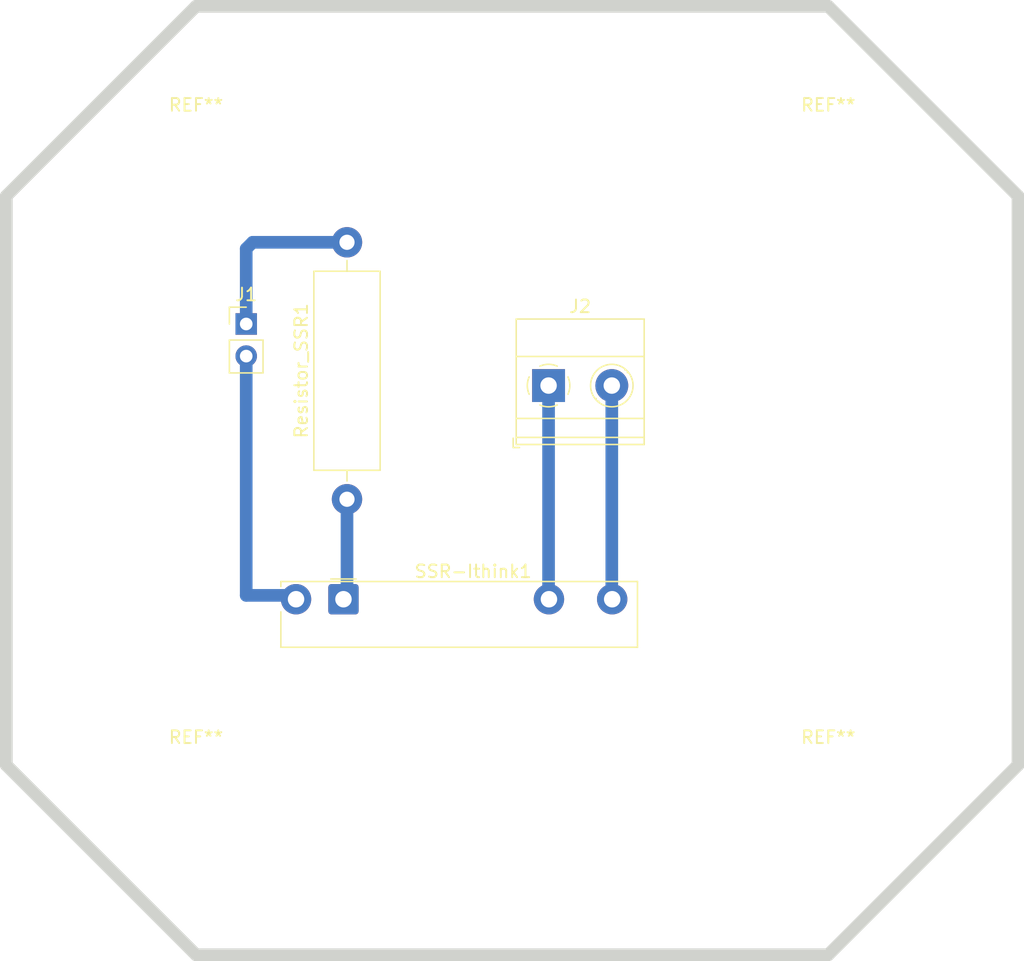
<source format=kicad_pcb>
(kicad_pcb (version 20171130) (host pcbnew "(5.1.9-0-10_14)")

  (general
    (thickness 1.6)
    (drawings 8)
    (tracks 15)
    (zones 0)
    (modules 8)
    (nets 6)
  )

  (page A4)
  (layers
    (0 F.Cu mixed)
    (1 In1.Cu signal hide)
    (2 In2.Cu signal hide)
    (31 B.Cu mixed)
    (32 B.Adhes user)
    (33 F.Adhes user)
    (34 B.Paste user)
    (35 F.Paste user)
    (36 B.SilkS user)
    (37 F.SilkS user)
    (38 B.Mask user)
    (39 F.Mask user)
    (40 Dwgs.User user)
    (41 Cmts.User user)
    (42 Eco1.User user)
    (43 Eco2.User user)
    (44 Edge.Cuts user)
    (45 Margin user)
    (46 B.CrtYd user)
    (47 F.CrtYd user)
    (48 B.Fab user)
    (49 F.Fab user)
  )

  (setup
    (last_trace_width 0.25)
    (user_trace_width 0.3)
    (user_trace_width 0.4)
    (user_trace_width 0.5)
    (user_trace_width 1)
    (user_trace_width 2)
    (trace_clearance 0.16)
    (zone_clearance 0.508)
    (zone_45_only no)
    (trace_min 0.16)
    (via_size 0.6)
    (via_drill 0.4)
    (via_min_size 0.4)
    (via_min_drill 0.3)
    (uvia_size 0.3)
    (uvia_drill 0.1)
    (uvias_allowed no)
    (uvia_min_size 0.2)
    (uvia_min_drill 0.1)
    (edge_width 0.15)
    (segment_width 0.15)
    (pcb_text_width 0.3)
    (pcb_text_size 1.5 1.5)
    (mod_edge_width 0.15)
    (mod_text_size 1 1)
    (mod_text_width 0.15)
    (pad_size 1.524 1.524)
    (pad_drill 0.762)
    (pad_to_mask_clearance 0.2)
    (aux_axis_origin 0 0)
    (visible_elements FFFFFF7F)
    (pcbplotparams
      (layerselection 0x010fc_fffffff9)
      (usegerberextensions false)
      (usegerberattributes true)
      (usegerberadvancedattributes true)
      (creategerberjobfile true)
      (excludeedgelayer true)
      (linewidth 0.100000)
      (plotframeref false)
      (viasonmask false)
      (mode 1)
      (useauxorigin false)
      (hpglpennumber 1)
      (hpglpenspeed 20)
      (hpglpendiameter 15.000000)
      (psnegative false)
      (psa4output false)
      (plotreference true)
      (plotvalue true)
      (plotinvisibletext false)
      (padsonsilk false)
      (subtractmaskfromsilk false)
      (outputformat 1)
      (mirror false)
      (drillshape 0)
      (scaleselection 1)
      (outputdirectory "Filesto Export Base/"))
  )

  (net 0 "")
  (net 1 GND)
  (net 2 GPIO6)
  (net 3 "Net-(Resistor_SSR1-Pad1)")
  (net 4 "Net-(J2-Pad2)")
  (net 5 "Net-(J2-Pad1)")

  (net_class Default "This is the default net class."
    (clearance 0.16)
    (trace_width 0.25)
    (via_dia 0.6)
    (via_drill 0.4)
    (uvia_dia 0.3)
    (uvia_drill 0.1)
    (add_net GND)
    (add_net GPIO6)
    (add_net "Net-(J2-Pad1)")
    (add_net "Net-(J2-Pad2)")
    (add_net "Net-(Resistor_SSR1-Pad1)")
  )

  (module MountingHole:MountingHole_3.2mm_M3 (layer F.Cu) (tedit 56D1B4CB) (tstamp 60316982)
    (at -165 62)
    (descr "Mounting Hole 3.2mm, no annular, M3")
    (tags "mounting hole 3.2mm no annular m3")
    (attr virtual)
    (fp_text reference REF** (at 0 -4.2) (layer F.SilkS)
      (effects (font (size 1 1) (thickness 0.15)))
    )
    (fp_text value MountingHole_3.2mm_M3 (at 0 4.2) (layer F.Fab)
      (effects (font (size 1 1) (thickness 0.15)))
    )
    (fp_circle (center 0 0) (end 3.2 0) (layer Cmts.User) (width 0.15))
    (fp_circle (center 0 0) (end 3.45 0) (layer F.CrtYd) (width 0.05))
    (fp_text user %R (at 0.3 0) (layer F.Fab)
      (effects (font (size 1 1) (thickness 0.15)))
    )
    (pad 1 np_thru_hole circle (at 0 0) (size 3.2 3.2) (drill 3.2) (layers *.Cu *.Mask))
  )

  (module MountingHole:MountingHole_3.2mm_M3 (layer F.Cu) (tedit 56D1B4CB) (tstamp 6031695B)
    (at -115 62)
    (descr "Mounting Hole 3.2mm, no annular, M3")
    (tags "mounting hole 3.2mm no annular m3")
    (attr virtual)
    (fp_text reference REF** (at 0 -4.2) (layer F.SilkS)
      (effects (font (size 1 1) (thickness 0.15)))
    )
    (fp_text value MountingHole_3.2mm_M3 (at 0 4.2) (layer F.Fab)
      (effects (font (size 1 1) (thickness 0.15)))
    )
    (fp_circle (center 0 0) (end 3.45 0) (layer F.CrtYd) (width 0.05))
    (fp_circle (center 0 0) (end 3.2 0) (layer Cmts.User) (width 0.15))
    (fp_text user %R (at 0.3 0) (layer F.Fab)
      (effects (font (size 1 1) (thickness 0.15)))
    )
    (pad 1 np_thru_hole circle (at 0 0) (size 3.2 3.2) (drill 3.2) (layers *.Cu *.Mask))
  )

  (module MountingHole:MountingHole_3.2mm_M3 (layer F.Cu) (tedit 56D1B4CB) (tstamp 60316936)
    (at -115 12)
    (descr "Mounting Hole 3.2mm, no annular, M3")
    (tags "mounting hole 3.2mm no annular m3")
    (attr virtual)
    (fp_text reference REF** (at 0 -4.2) (layer F.SilkS)
      (effects (font (size 1 1) (thickness 0.15)))
    )
    (fp_text value MountingHole_3.2mm_M3 (at 0 4.2) (layer F.Fab)
      (effects (font (size 1 1) (thickness 0.15)))
    )
    (fp_circle (center 0 0) (end 3.2 0) (layer Cmts.User) (width 0.15))
    (fp_circle (center 0 0) (end 3.45 0) (layer F.CrtYd) (width 0.05))
    (fp_text user %R (at 0.3 0) (layer F.Fab)
      (effects (font (size 1 1) (thickness 0.15)))
    )
    (pad 1 np_thru_hole circle (at 0 0) (size 3.2 3.2) (drill 3.2) (layers *.Cu *.Mask))
  )

  (module MountingHole:MountingHole_3.2mm_M3 (layer F.Cu) (tedit 56D1B4CB) (tstamp 6031691D)
    (at -165 12)
    (descr "Mounting Hole 3.2mm, no annular, M3")
    (tags "mounting hole 3.2mm no annular m3")
    (attr virtual)
    (fp_text reference REF** (at 0 -4.2) (layer F.SilkS)
      (effects (font (size 1 1) (thickness 0.15)))
    )
    (fp_text value MountingHole_3.2mm_M3 (at 0 4.2) (layer F.Fab)
      (effects (font (size 1 1) (thickness 0.15)))
    )
    (fp_circle (center 0 0) (end 3.45 0) (layer F.CrtYd) (width 0.05))
    (fp_circle (center 0 0) (end 3.2 0) (layer Cmts.User) (width 0.15))
    (fp_text user %R (at 0.3 0) (layer F.Fab)
      (effects (font (size 1 1) (thickness 0.15)))
    )
    (pad 1 np_thru_hole circle (at 0 0) (size 3.2 3.2) (drill 3.2) (layers *.Cu *.Mask))
  )

  (module OptoDevice:Finder_34.81 (layer F.Cu) (tedit 5B887491) (tstamp 603164FF)
    (at -153.34 46.885)
    (descr "Relay SPST, Finder Type 34.81 (opto relays/coupler), vertical/standing form, see https://gfinder.findernet.com/public/attachments/34/EN/S34USAEN.pdf")
    (tags "Relay SPST Finder")
    (path /6011EB5B)
    (fp_text reference SSR-Ithink1 (at 10.25 -2.2) (layer F.SilkS)
      (effects (font (size 1 1) (thickness 0.15)))
    )
    (fp_text value 34.81-7048 (at 9.15 4.8) (layer F.Fab)
      (effects (font (size 1 1) (thickness 0.15)))
    )
    (fp_line (start 1 -1.6) (end -1 -1.6) (layer F.SilkS) (width 0.12))
    (fp_line (start 0 -0.3) (end 1 -1.3) (layer F.Fab) (width 0.1))
    (fp_line (start 0 -0.3) (end -1 -1.3) (layer F.Fab) (width 0.1))
    (fp_line (start -4.85 -1.3) (end -1 -1.3) (layer F.Fab) (width 0.1))
    (fp_line (start 23.4 3.95) (end -5.1 3.95) (layer F.CrtYd) (width 0.05))
    (fp_line (start 23.4 3.95) (end 23.4 -1.55) (layer F.CrtYd) (width 0.05))
    (fp_line (start -5.1 -1.55) (end -5.1 3.95) (layer F.CrtYd) (width 0.05))
    (fp_line (start -5.1 -1.55) (end 23.4 -1.55) (layer F.CrtYd) (width 0.05))
    (fp_line (start 23.15 3.7) (end -4.85 3.7) (layer F.Fab) (width 0.1))
    (fp_line (start -4.85 3.7) (end -4.85 -1.3) (layer F.Fab) (width 0.1))
    (fp_line (start 1 -1.3) (end 23.15 -1.3) (layer F.Fab) (width 0.1))
    (fp_line (start 23.15 -1.3) (end 23.15 3.7) (layer F.Fab) (width 0.1))
    (fp_line (start -4.95 -1.4) (end 23.25 -1.4) (layer F.SilkS) (width 0.12))
    (fp_line (start 23.25 -1.4) (end 23.25 3.8) (layer F.SilkS) (width 0.12))
    (fp_line (start 23.25 3.8) (end -4.95 3.8) (layer F.SilkS) (width 0.12))
    (fp_line (start -4.95 3.8) (end -4.95 1) (layer F.SilkS) (width 0.12))
    (fp_line (start -4.95 -1.4) (end -4.95 -1) (layer F.SilkS) (width 0.12))
    (fp_text user %R (at 10.25 2.4) (layer F.Fab)
      (effects (font (size 1 1) (thickness 0.15)))
    )
    (pad A1 thru_hole roundrect (at 0 0) (size 2.4 2.4) (drill 1.3) (layers *.Cu *.Mask) (roundrect_rratio 0.104)
      (net 3 "Net-(Resistor_SSR1-Pad1)"))
    (pad A2 thru_hole circle (at -3.75 0) (size 2.4 2.4) (drill 1.3) (layers *.Cu *.Mask)
      (net 1 GND))
    (pad 11 thru_hole circle (at 16.25 0) (size 2.4 2.4) (drill 1.3) (layers *.Cu *.Mask)
      (net 5 "Net-(J2-Pad1)"))
    (pad 14 thru_hole circle (at 21.25 0) (size 2.4 2.4) (drill 1.3) (layers *.Cu *.Mask)
      (net 4 "Net-(J2-Pad2)"))
    (model ${KISYS3DMOD}/OptoDevice.3dshapes/Finder_34.81.wrl
      (at (xyz 0 0 0))
      (scale (xyz 1 1 1))
      (rotate (xyz 0 0 0))
    )
  )

  (module Resistor_THT:R_Axial_DIN0516_L15.5mm_D5.0mm_P20.32mm_Horizontal (layer F.Cu) (tedit 5AE5139B) (tstamp 603164E5)
    (at -153.06 38.98 90)
    (descr "Resistor, Axial_DIN0516 series, Axial, Horizontal, pin pitch=20.32mm, 2W, length*diameter=15.5*5mm^2, http://cdn-reichelt.de/documents/datenblatt/B400/1_4W%23YAG.pdf")
    (tags "Resistor Axial_DIN0516 series Axial Horizontal pin pitch 20.32mm 2W length 15.5mm diameter 5mm")
    (path /60130DA5)
    (fp_text reference Resistor_SSR1 (at 10.16 -3.62 90) (layer F.SilkS)
      (effects (font (size 1 1) (thickness 0.15)))
    )
    (fp_text value ? (at 10.16 3.62 90) (layer F.Fab)
      (effects (font (size 1 1) (thickness 0.15)))
    )
    (fp_line (start 21.77 -2.75) (end -1.45 -2.75) (layer F.CrtYd) (width 0.05))
    (fp_line (start 21.77 2.75) (end 21.77 -2.75) (layer F.CrtYd) (width 0.05))
    (fp_line (start -1.45 2.75) (end 21.77 2.75) (layer F.CrtYd) (width 0.05))
    (fp_line (start -1.45 -2.75) (end -1.45 2.75) (layer F.CrtYd) (width 0.05))
    (fp_line (start 18.88 0) (end 18.03 0) (layer F.SilkS) (width 0.12))
    (fp_line (start 1.44 0) (end 2.29 0) (layer F.SilkS) (width 0.12))
    (fp_line (start 18.03 -2.62) (end 2.29 -2.62) (layer F.SilkS) (width 0.12))
    (fp_line (start 18.03 2.62) (end 18.03 -2.62) (layer F.SilkS) (width 0.12))
    (fp_line (start 2.29 2.62) (end 18.03 2.62) (layer F.SilkS) (width 0.12))
    (fp_line (start 2.29 -2.62) (end 2.29 2.62) (layer F.SilkS) (width 0.12))
    (fp_line (start 20.32 0) (end 17.91 0) (layer F.Fab) (width 0.1))
    (fp_line (start 0 0) (end 2.41 0) (layer F.Fab) (width 0.1))
    (fp_line (start 17.91 -2.5) (end 2.41 -2.5) (layer F.Fab) (width 0.1))
    (fp_line (start 17.91 2.5) (end 17.91 -2.5) (layer F.Fab) (width 0.1))
    (fp_line (start 2.41 2.5) (end 17.91 2.5) (layer F.Fab) (width 0.1))
    (fp_line (start 2.41 -2.5) (end 2.41 2.5) (layer F.Fab) (width 0.1))
    (fp_text user %R (at 10.16 0 90) (layer F.Fab)
      (effects (font (size 1 1) (thickness 0.15)))
    )
    (pad 2 thru_hole oval (at 20.32 0 90) (size 2.4 2.4) (drill 1.2) (layers *.Cu *.Mask)
      (net 2 GPIO6))
    (pad 1 thru_hole circle (at 0 0 90) (size 2.4 2.4) (drill 1.2) (layers *.Cu *.Mask)
      (net 3 "Net-(Resistor_SSR1-Pad1)"))
    (model ${KISYS3DMOD}/Resistor_THT.3dshapes/R_Axial_DIN0516_L15.5mm_D5.0mm_P20.32mm_Horizontal.wrl
      (at (xyz 0 0 0))
      (scale (xyz 1 1 1))
      (rotate (xyz 0 0 0))
    )
  )

  (module TerminalBlock_Phoenix:TerminalBlock_Phoenix_MKDS-1,5-2_1x02_P5.00mm_Horizontal (layer F.Cu) (tedit 5B294EE5) (tstamp 60315F93)
    (at -137.12 29.99)
    (descr "Terminal Block Phoenix MKDS-1,5-2, 2 pins, pitch 5mm, size 10x9.8mm^2, drill diamater 1.3mm, pad diameter 2.6mm, see http://www.farnell.com/datasheets/100425.pdf, script-generated using https://github.com/pointhi/kicad-footprint-generator/scripts/TerminalBlock_Phoenix")
    (tags "THT Terminal Block Phoenix MKDS-1,5-2 pitch 5mm size 10x9.8mm^2 drill 1.3mm pad 2.6mm")
    (path /60332CFC)
    (fp_text reference J2 (at 2.5 -6.26) (layer F.SilkS)
      (effects (font (size 1 1) (thickness 0.15)))
    )
    (fp_text value Screw_Terminal_01x02 (at 2.5 5.66) (layer F.Fab)
      (effects (font (size 1 1) (thickness 0.15)))
    )
    (fp_line (start 8 -5.71) (end -3 -5.71) (layer F.CrtYd) (width 0.05))
    (fp_line (start 8 5.1) (end 8 -5.71) (layer F.CrtYd) (width 0.05))
    (fp_line (start -3 5.1) (end 8 5.1) (layer F.CrtYd) (width 0.05))
    (fp_line (start -3 -5.71) (end -3 5.1) (layer F.CrtYd) (width 0.05))
    (fp_line (start -2.8 4.9) (end -2.3 4.9) (layer F.SilkS) (width 0.12))
    (fp_line (start -2.8 4.16) (end -2.8 4.9) (layer F.SilkS) (width 0.12))
    (fp_line (start 3.773 1.023) (end 3.726 1.069) (layer F.SilkS) (width 0.12))
    (fp_line (start 6.07 -1.275) (end 6.035 -1.239) (layer F.SilkS) (width 0.12))
    (fp_line (start 3.966 1.239) (end 3.931 1.274) (layer F.SilkS) (width 0.12))
    (fp_line (start 6.275 -1.069) (end 6.228 -1.023) (layer F.SilkS) (width 0.12))
    (fp_line (start 5.955 -1.138) (end 3.863 0.955) (layer F.Fab) (width 0.1))
    (fp_line (start 6.138 -0.955) (end 4.046 1.138) (layer F.Fab) (width 0.1))
    (fp_line (start 0.955 -1.138) (end -1.138 0.955) (layer F.Fab) (width 0.1))
    (fp_line (start 1.138 -0.955) (end -0.955 1.138) (layer F.Fab) (width 0.1))
    (fp_line (start 7.56 -5.261) (end 7.56 4.66) (layer F.SilkS) (width 0.12))
    (fp_line (start -2.56 -5.261) (end -2.56 4.66) (layer F.SilkS) (width 0.12))
    (fp_line (start -2.56 4.66) (end 7.56 4.66) (layer F.SilkS) (width 0.12))
    (fp_line (start -2.56 -5.261) (end 7.56 -5.261) (layer F.SilkS) (width 0.12))
    (fp_line (start -2.56 -2.301) (end 7.56 -2.301) (layer F.SilkS) (width 0.12))
    (fp_line (start -2.5 -2.3) (end 7.5 -2.3) (layer F.Fab) (width 0.1))
    (fp_line (start -2.56 2.6) (end 7.56 2.6) (layer F.SilkS) (width 0.12))
    (fp_line (start -2.5 2.6) (end 7.5 2.6) (layer F.Fab) (width 0.1))
    (fp_line (start -2.56 4.1) (end 7.56 4.1) (layer F.SilkS) (width 0.12))
    (fp_line (start -2.5 4.1) (end 7.5 4.1) (layer F.Fab) (width 0.1))
    (fp_line (start -2.5 4.1) (end -2.5 -5.2) (layer F.Fab) (width 0.1))
    (fp_line (start -2 4.6) (end -2.5 4.1) (layer F.Fab) (width 0.1))
    (fp_line (start 7.5 4.6) (end -2 4.6) (layer F.Fab) (width 0.1))
    (fp_line (start 7.5 -5.2) (end 7.5 4.6) (layer F.Fab) (width 0.1))
    (fp_line (start -2.5 -5.2) (end 7.5 -5.2) (layer F.Fab) (width 0.1))
    (fp_circle (center 5 0) (end 6.68 0) (layer F.SilkS) (width 0.12))
    (fp_circle (center 5 0) (end 6.5 0) (layer F.Fab) (width 0.1))
    (fp_circle (center 0 0) (end 1.5 0) (layer F.Fab) (width 0.1))
    (fp_text user %R (at 2.5 3.2) (layer F.Fab)
      (effects (font (size 1 1) (thickness 0.15)))
    )
    (fp_arc (start 0 0) (end -0.684 1.535) (angle -25) (layer F.SilkS) (width 0.12))
    (fp_arc (start 0 0) (end -1.535 -0.684) (angle -48) (layer F.SilkS) (width 0.12))
    (fp_arc (start 0 0) (end 0.684 -1.535) (angle -48) (layer F.SilkS) (width 0.12))
    (fp_arc (start 0 0) (end 1.535 0.684) (angle -48) (layer F.SilkS) (width 0.12))
    (fp_arc (start 0 0) (end 0 1.68) (angle -24) (layer F.SilkS) (width 0.12))
    (pad 2 thru_hole circle (at 5 0) (size 2.6 2.6) (drill 1.3) (layers *.Cu *.Mask)
      (net 4 "Net-(J2-Pad2)"))
    (pad 1 thru_hole rect (at 0 0) (size 2.6 2.6) (drill 1.3) (layers *.Cu *.Mask)
      (net 5 "Net-(J2-Pad1)"))
    (model ${KISYS3DMOD}/TerminalBlock_Phoenix.3dshapes/TerminalBlock_Phoenix_MKDS-1,5-2_1x02_P5.00mm_Horizontal.wrl
      (at (xyz 0 0 0))
      (scale (xyz 1 1 1))
      (rotate (xyz 0 0 0))
    )
  )

  (module Connector_PinHeader_2.54mm:PinHeader_1x02_P2.54mm_Vertical (layer F.Cu) (tedit 59FED5CC) (tstamp 60315F67)
    (at -161.03 25.12)
    (descr "Through hole straight pin header, 1x02, 2.54mm pitch, single row")
    (tags "Through hole pin header THT 1x02 2.54mm single row")
    (path /6032F469)
    (fp_text reference J1 (at 0 -2.33) (layer F.SilkS)
      (effects (font (size 1 1) (thickness 0.15)))
    )
    (fp_text value Conn_01x02 (at 0 4.87) (layer F.Fab)
      (effects (font (size 1 1) (thickness 0.15)))
    )
    (fp_line (start 1.8 -1.8) (end -1.8 -1.8) (layer F.CrtYd) (width 0.05))
    (fp_line (start 1.8 4.35) (end 1.8 -1.8) (layer F.CrtYd) (width 0.05))
    (fp_line (start -1.8 4.35) (end 1.8 4.35) (layer F.CrtYd) (width 0.05))
    (fp_line (start -1.8 -1.8) (end -1.8 4.35) (layer F.CrtYd) (width 0.05))
    (fp_line (start -1.33 -1.33) (end 0 -1.33) (layer F.SilkS) (width 0.12))
    (fp_line (start -1.33 0) (end -1.33 -1.33) (layer F.SilkS) (width 0.12))
    (fp_line (start -1.33 1.27) (end 1.33 1.27) (layer F.SilkS) (width 0.12))
    (fp_line (start 1.33 1.27) (end 1.33 3.87) (layer F.SilkS) (width 0.12))
    (fp_line (start -1.33 1.27) (end -1.33 3.87) (layer F.SilkS) (width 0.12))
    (fp_line (start -1.33 3.87) (end 1.33 3.87) (layer F.SilkS) (width 0.12))
    (fp_line (start -1.27 -0.635) (end -0.635 -1.27) (layer F.Fab) (width 0.1))
    (fp_line (start -1.27 3.81) (end -1.27 -0.635) (layer F.Fab) (width 0.1))
    (fp_line (start 1.27 3.81) (end -1.27 3.81) (layer F.Fab) (width 0.1))
    (fp_line (start 1.27 -1.27) (end 1.27 3.81) (layer F.Fab) (width 0.1))
    (fp_line (start -0.635 -1.27) (end 1.27 -1.27) (layer F.Fab) (width 0.1))
    (fp_text user %R (at 0 1.27 180) (layer F.Fab)
      (effects (font (size 1 1) (thickness 0.15)))
    )
    (pad 2 thru_hole oval (at 0 2.54) (size 1.7 1.7) (drill 1) (layers *.Cu *.Mask)
      (net 1 GND))
    (pad 1 thru_hole rect (at 0 0) (size 1.7 1.7) (drill 1) (layers *.Cu *.Mask)
      (net 2 GPIO6))
    (model ${KISYS3DMOD}/Connector_PinHeader_2.54mm.3dshapes/PinHeader_1x02_P2.54mm_Vertical.wrl
      (at (xyz 0 0 0))
      (scale (xyz 1 1 1))
      (rotate (xyz 0 0 0))
    )
  )

  (gr_line (start -115 0) (end -100 15) (layer Edge.Cuts) (width 1) (tstamp 60316AFB))
  (gr_line (start -165 0) (end -180 15) (layer Edge.Cuts) (width 1) (tstamp 60316AF0))
  (gr_line (start -165 75) (end -180 60) (layer Edge.Cuts) (width 1) (tstamp 60316AE7))
  (gr_line (start -115 75) (end -100 60) (layer Edge.Cuts) (width 1))
  (gr_line (start -180 60) (end -180 15) (layer Edge.Cuts) (width 1))
  (gr_line (start -165 75) (end -115 75) (layer Edge.Cuts) (width 1))
  (gr_line (start -100 15) (end -100 60) (layer Edge.Cuts) (width 1))
  (gr_line (start -165 0) (end -115 0) (layer Edge.Cuts) (width 1))

  (segment (start -161.03 27.66) (end -161.03 46.58) (width 1) (layer B.Cu) (net 1))
  (segment (start -157.395 46.58) (end -157.09 46.885) (width 1) (layer B.Cu) (net 1))
  (segment (start -161.03 46.58) (end -157.395 46.58) (width 1) (layer B.Cu) (net 1))
  (segment (start -153.06 18.66) (end -160.52 18.66) (width 1) (layer B.Cu) (net 2))
  (segment (start -161.03 19.17) (end -161.03 25.12) (width 1) (layer B.Cu) (net 2))
  (segment (start -160.52 18.66) (end -161.03 19.17) (width 1) (layer B.Cu) (net 2))
  (segment (start -153.13 39.05) (end -153.06 38.98) (width 1) (layer B.Cu) (net 3))
  (segment (start -153.06 46.605) (end -153.34 46.885) (width 1) (layer B.Cu) (net 3))
  (segment (start -153.06 38.98) (end -153.06 46.605) (width 1) (layer B.Cu) (net 3))
  (segment (start -132.33 46.645) (end -132.09 46.885) (width 1) (layer B.Cu) (net 4))
  (segment (start -132.12 46.855) (end -132.09 46.885) (width 1) (layer B.Cu) (net 4))
  (segment (start -132.12 29.99) (end -132.12 46.855) (width 1) (layer B.Cu) (net 4))
  (segment (start -137.33 46.645) (end -137.09 46.885) (width 1) (layer B.Cu) (net 5))
  (segment (start -137.12 46.855) (end -137.09 46.885) (width 1) (layer B.Cu) (net 5))
  (segment (start -137.12 29.99) (end -137.12 46.855) (width 1) (layer B.Cu) (net 5))

)

</source>
